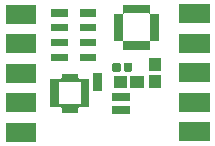
<source format=gbr>
G04 #@! TF.GenerationSoftware,KiCad,Pcbnew,(5.1.5)-3*
G04 #@! TF.CreationDate,2020-05-27T19:43:43+09:00*
G04 #@! TF.ProjectId,FMU3_Sensors_make,464d5533-5f53-4656-9e73-6f72735f6d61,rev?*
G04 #@! TF.SameCoordinates,Original*
G04 #@! TF.FileFunction,Soldermask,Top*
G04 #@! TF.FilePolarity,Negative*
%FSLAX46Y46*%
G04 Gerber Fmt 4.6, Leading zero omitted, Abs format (unit mm)*
G04 Created by KiCad (PCBNEW (5.1.5)-3) date 2020-05-27 19:43:43*
%MOMM*%
%LPD*%
G04 APERTURE LIST*
%ADD10C,0.100000*%
G04 APERTURE END LIST*
D10*
G36*
X129841000Y-47351000D02*
G01*
X127239000Y-47351000D01*
X127239000Y-45749000D01*
X129841000Y-45749000D01*
X129841000Y-47351000D01*
G37*
G36*
X144501000Y-47301000D02*
G01*
X141899000Y-47301000D01*
X141899000Y-45699000D01*
X144501000Y-45699000D01*
X144501000Y-47301000D01*
G37*
G36*
X137781000Y-45021000D02*
G01*
X136279000Y-45021000D01*
X136279000Y-44319000D01*
X137781000Y-44319000D01*
X137781000Y-45021000D01*
G37*
G36*
X133381000Y-41884001D02*
G01*
X133383402Y-41908387D01*
X133390515Y-41931836D01*
X133402066Y-41953447D01*
X133417611Y-41972389D01*
X133436553Y-41987934D01*
X133458164Y-41999485D01*
X133481613Y-42006598D01*
X133505999Y-42009000D01*
X134331000Y-42009000D01*
X134331000Y-44411000D01*
X133505999Y-44411000D01*
X133481613Y-44413402D01*
X133458164Y-44420515D01*
X133436553Y-44432066D01*
X133417611Y-44447611D01*
X133402066Y-44466553D01*
X133390515Y-44488164D01*
X133383402Y-44511613D01*
X133381000Y-44535999D01*
X133381000Y-44861000D01*
X131979000Y-44861000D01*
X131979000Y-44535999D01*
X131976598Y-44511613D01*
X131969485Y-44488164D01*
X131957934Y-44466553D01*
X131942389Y-44447611D01*
X131923447Y-44432066D01*
X131901836Y-44420515D01*
X131878387Y-44413402D01*
X131854001Y-44411000D01*
X131029000Y-44411000D01*
X131029000Y-42385999D01*
X131731000Y-42385999D01*
X131731000Y-44034001D01*
X131733402Y-44058387D01*
X131740515Y-44081836D01*
X131752066Y-44103447D01*
X131767611Y-44122389D01*
X131786553Y-44137934D01*
X131808164Y-44149485D01*
X131831613Y-44156598D01*
X131855999Y-44159000D01*
X133504001Y-44159000D01*
X133528387Y-44156598D01*
X133551836Y-44149485D01*
X133573447Y-44137934D01*
X133592389Y-44122389D01*
X133607934Y-44103447D01*
X133619485Y-44081836D01*
X133626598Y-44058387D01*
X133629000Y-44034001D01*
X133629000Y-42385999D01*
X133626598Y-42361613D01*
X133619485Y-42338164D01*
X133607934Y-42316553D01*
X133592389Y-42297611D01*
X133573447Y-42282066D01*
X133551836Y-42270515D01*
X133528387Y-42263402D01*
X133504001Y-42261000D01*
X131855999Y-42261000D01*
X131831613Y-42263402D01*
X131808164Y-42270515D01*
X131786553Y-42282066D01*
X131767611Y-42297611D01*
X131752066Y-42316553D01*
X131740515Y-42338164D01*
X131733402Y-42361613D01*
X131731000Y-42385999D01*
X131029000Y-42385999D01*
X131029000Y-42009000D01*
X131854001Y-42009000D01*
X131878387Y-42006598D01*
X131901836Y-41999485D01*
X131923447Y-41987934D01*
X131942389Y-41972389D01*
X131957934Y-41953447D01*
X131969485Y-41931836D01*
X131976598Y-41908387D01*
X131979000Y-41884001D01*
X131979000Y-41559000D01*
X133381000Y-41559000D01*
X133381000Y-41884001D01*
G37*
G36*
X129841000Y-44851000D02*
G01*
X127239000Y-44851000D01*
X127239000Y-43249000D01*
X129841000Y-43249000D01*
X129841000Y-44851000D01*
G37*
G36*
X144501000Y-44801000D02*
G01*
X141899000Y-44801000D01*
X141899000Y-43199000D01*
X144501000Y-43199000D01*
X144501000Y-44801000D01*
G37*
G36*
X137781000Y-43881000D02*
G01*
X136279000Y-43881000D01*
X136279000Y-43179000D01*
X137781000Y-43179000D01*
X137781000Y-43881000D01*
G37*
G36*
X135351000Y-43051000D02*
G01*
X134649000Y-43051000D01*
X134649000Y-41549000D01*
X135351000Y-41549000D01*
X135351000Y-43051000D01*
G37*
G36*
X137487000Y-42766000D02*
G01*
X136375000Y-42766000D01*
X136375000Y-41734000D01*
X137487000Y-41734000D01*
X137487000Y-42766000D01*
G37*
G36*
X138905000Y-42766000D02*
G01*
X137793000Y-42766000D01*
X137793000Y-41734000D01*
X138905000Y-41734000D01*
X138905000Y-42766000D01*
G37*
G36*
X140366000Y-42765000D02*
G01*
X139334000Y-42765000D01*
X139334000Y-41653000D01*
X140366000Y-41653000D01*
X140366000Y-42765000D01*
G37*
G36*
X129841000Y-42351000D02*
G01*
X127239000Y-42351000D01*
X127239000Y-40749000D01*
X129841000Y-40749000D01*
X129841000Y-42351000D01*
G37*
G36*
X144501000Y-42301000D02*
G01*
X141899000Y-42301000D01*
X141899000Y-40699000D01*
X144501000Y-40699000D01*
X144501000Y-42301000D01*
G37*
G36*
X136871938Y-40651716D02*
G01*
X136892557Y-40657971D01*
X136911553Y-40668124D01*
X136928208Y-40681792D01*
X136941876Y-40698447D01*
X136952029Y-40717443D01*
X136958284Y-40738062D01*
X136961000Y-40765640D01*
X136961000Y-41274360D01*
X136958284Y-41301938D01*
X136952029Y-41322557D01*
X136941876Y-41341553D01*
X136928208Y-41358208D01*
X136911553Y-41371876D01*
X136892557Y-41382029D01*
X136871938Y-41388284D01*
X136844360Y-41391000D01*
X136385640Y-41391000D01*
X136358062Y-41388284D01*
X136337443Y-41382029D01*
X136318447Y-41371876D01*
X136301792Y-41358208D01*
X136288124Y-41341553D01*
X136277971Y-41322557D01*
X136271716Y-41301938D01*
X136269000Y-41274360D01*
X136269000Y-40765640D01*
X136271716Y-40738062D01*
X136277971Y-40717443D01*
X136288124Y-40698447D01*
X136301792Y-40681792D01*
X136318447Y-40668124D01*
X136337443Y-40657971D01*
X136358062Y-40651716D01*
X136385640Y-40649000D01*
X136844360Y-40649000D01*
X136871938Y-40651716D01*
G37*
G36*
X137841938Y-40651716D02*
G01*
X137862557Y-40657971D01*
X137881553Y-40668124D01*
X137898208Y-40681792D01*
X137911876Y-40698447D01*
X137922029Y-40717443D01*
X137928284Y-40738062D01*
X137931000Y-40765640D01*
X137931000Y-41274360D01*
X137928284Y-41301938D01*
X137922029Y-41322557D01*
X137911876Y-41341553D01*
X137898208Y-41358208D01*
X137881553Y-41371876D01*
X137862557Y-41382029D01*
X137841938Y-41388284D01*
X137814360Y-41391000D01*
X137355640Y-41391000D01*
X137328062Y-41388284D01*
X137307443Y-41382029D01*
X137288447Y-41371876D01*
X137271792Y-41358208D01*
X137258124Y-41341553D01*
X137247971Y-41322557D01*
X137241716Y-41301938D01*
X137239000Y-41274360D01*
X137239000Y-40765640D01*
X137241716Y-40738062D01*
X137247971Y-40717443D01*
X137258124Y-40698447D01*
X137271792Y-40681792D01*
X137288447Y-40668124D01*
X137307443Y-40657971D01*
X137328062Y-40651716D01*
X137355640Y-40649000D01*
X137814360Y-40649000D01*
X137841938Y-40651716D01*
G37*
G36*
X140366000Y-41347000D02*
G01*
X139334000Y-41347000D01*
X139334000Y-40235000D01*
X140366000Y-40235000D01*
X140366000Y-41347000D01*
G37*
G36*
X132513001Y-40496001D02*
G01*
X131101001Y-40496001D01*
X131101001Y-39864001D01*
X132513001Y-39864001D01*
X132513001Y-40496001D01*
G37*
G36*
X134913001Y-40496001D02*
G01*
X133501001Y-40496001D01*
X133501001Y-39864001D01*
X134913001Y-39864001D01*
X134913001Y-40496001D01*
G37*
G36*
X129841000Y-39851000D02*
G01*
X127239000Y-39851000D01*
X127239000Y-38249000D01*
X129841000Y-38249000D01*
X129841000Y-39851000D01*
G37*
G36*
X144501000Y-39801000D02*
G01*
X141899000Y-39801000D01*
X141899000Y-38199000D01*
X144501000Y-38199000D01*
X144501000Y-39801000D01*
G37*
G36*
X139426001Y-36394002D02*
G01*
X139428403Y-36418388D01*
X139435516Y-36441837D01*
X139447067Y-36463448D01*
X139462612Y-36482390D01*
X139481554Y-36497935D01*
X139503165Y-36509486D01*
X139526614Y-36516599D01*
X139551000Y-36519001D01*
X140216001Y-36519001D01*
X140216001Y-38771001D01*
X139551000Y-38771001D01*
X139526614Y-38773403D01*
X139503165Y-38780516D01*
X139481554Y-38792067D01*
X139462612Y-38807612D01*
X139447067Y-38826554D01*
X139435516Y-38848165D01*
X139428403Y-38871614D01*
X139426001Y-38896000D01*
X139426001Y-39561001D01*
X137174001Y-39561001D01*
X137174001Y-38896000D01*
X137171599Y-38871614D01*
X137164486Y-38848165D01*
X137152935Y-38826554D01*
X137137390Y-38807612D01*
X137118448Y-38792067D01*
X137096837Y-38780516D01*
X137073388Y-38773403D01*
X137049002Y-38771001D01*
X136384001Y-38771001D01*
X136384001Y-36596000D01*
X137126001Y-36596000D01*
X137126001Y-38694002D01*
X137128403Y-38718388D01*
X137135516Y-38741837D01*
X137147067Y-38763448D01*
X137162612Y-38782390D01*
X137181554Y-38797935D01*
X137203165Y-38809486D01*
X137226614Y-38816599D01*
X137251000Y-38819001D01*
X139349002Y-38819001D01*
X139373388Y-38816599D01*
X139396837Y-38809486D01*
X139418448Y-38797935D01*
X139437390Y-38782390D01*
X139452935Y-38763448D01*
X139464486Y-38741837D01*
X139471599Y-38718388D01*
X139474001Y-38694002D01*
X139474001Y-36596000D01*
X139471599Y-36571614D01*
X139464486Y-36548165D01*
X139452935Y-36526554D01*
X139437390Y-36507612D01*
X139418448Y-36492067D01*
X139396837Y-36480516D01*
X139373388Y-36473403D01*
X139349002Y-36471001D01*
X137251000Y-36471001D01*
X137226614Y-36473403D01*
X137203165Y-36480516D01*
X137181554Y-36492067D01*
X137162612Y-36507612D01*
X137147067Y-36526554D01*
X137135516Y-36548165D01*
X137128403Y-36571614D01*
X137126001Y-36596000D01*
X136384001Y-36596000D01*
X136384001Y-36519001D01*
X137049002Y-36519001D01*
X137073388Y-36516599D01*
X137096837Y-36509486D01*
X137118448Y-36497935D01*
X137137390Y-36482390D01*
X137152935Y-36463448D01*
X137164486Y-36441837D01*
X137171599Y-36418388D01*
X137174001Y-36394002D01*
X137174001Y-35729001D01*
X139426001Y-35729001D01*
X139426001Y-36394002D01*
G37*
G36*
X132513001Y-39246001D02*
G01*
X131101001Y-39246001D01*
X131101001Y-38614001D01*
X132513001Y-38614001D01*
X132513001Y-39246001D01*
G37*
G36*
X134913001Y-39246001D02*
G01*
X133501001Y-39246001D01*
X133501001Y-38614001D01*
X134913001Y-38614001D01*
X134913001Y-39246001D01*
G37*
G36*
X132513001Y-37996001D02*
G01*
X131101001Y-37996001D01*
X131101001Y-37364001D01*
X132513001Y-37364001D01*
X132513001Y-37996001D01*
G37*
G36*
X134913001Y-37996001D02*
G01*
X133501001Y-37996001D01*
X133501001Y-37364001D01*
X134913001Y-37364001D01*
X134913001Y-37996001D01*
G37*
G36*
X129841000Y-37351000D02*
G01*
X127239000Y-37351000D01*
X127239000Y-35749000D01*
X129841000Y-35749000D01*
X129841000Y-37351000D01*
G37*
G36*
X144501000Y-37301000D02*
G01*
X141899000Y-37301000D01*
X141899000Y-35699000D01*
X144501000Y-35699000D01*
X144501000Y-37301000D01*
G37*
G36*
X134913001Y-36746001D02*
G01*
X133501001Y-36746001D01*
X133501001Y-36114001D01*
X134913001Y-36114001D01*
X134913001Y-36746001D01*
G37*
G36*
X132513001Y-36746001D02*
G01*
X131101001Y-36746001D01*
X131101001Y-36114001D01*
X132513001Y-36114001D01*
X132513001Y-36746001D01*
G37*
M02*

</source>
